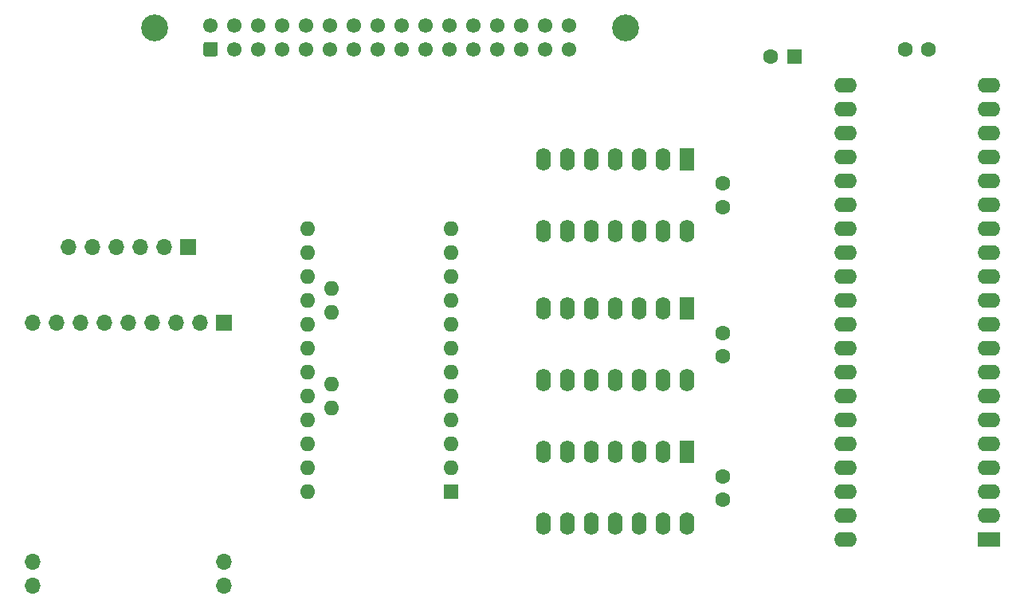
<source format=gts>
G04 #@! TF.GenerationSoftware,KiCad,Pcbnew,(5.1.9)-1*
G04 #@! TF.CreationDate,2023-02-15T09:39:51+09:00*
G04 #@! TF.ProjectId,FM-7_SD,464d2d37-5f53-4442-9e6b-696361645f70,rev?*
G04 #@! TF.SameCoordinates,PX53920b0PY93c3260*
G04 #@! TF.FileFunction,Soldermask,Top*
G04 #@! TF.FilePolarity,Negative*
%FSLAX46Y46*%
G04 Gerber Fmt 4.6, Leading zero omitted, Abs format (unit mm)*
G04 Created by KiCad (PCBNEW (5.1.9)-1) date 2023-02-15 09:39:51*
%MOMM*%
%LPD*%
G01*
G04 APERTURE LIST*
%ADD10C,1.600000*%
%ADD11R,1.600000X1.600000*%
%ADD12R,1.700000X1.700000*%
%ADD13O,1.700000X1.700000*%
%ADD14R,1.600000X2.400000*%
%ADD15O,1.600000X2.400000*%
%ADD16R,2.400000X1.600000*%
%ADD17O,2.400000X1.600000*%
%ADD18O,1.600000X1.600000*%
%ADD19C,1.550000*%
%ADD20C,2.850000*%
G04 APERTURE END LIST*
D10*
X107025000Y59200000D03*
X109525000Y59200000D03*
D11*
X95250000Y58420000D03*
D10*
X92750000Y58420000D03*
X87695000Y13865000D03*
X87695000Y11365000D03*
X87695000Y26605000D03*
X87695000Y29105000D03*
X87695000Y42480000D03*
X87695000Y44980000D03*
D12*
X34635000Y30201000D03*
D13*
X32095000Y30201000D03*
X29555000Y30201000D03*
X27015000Y30201000D03*
X24475000Y30201000D03*
X21935000Y30201000D03*
X19395000Y30201000D03*
X16855000Y30201000D03*
X14315000Y30201000D03*
X14315000Y2261000D03*
X14315000Y4801000D03*
X34635000Y2261000D03*
X34635000Y4801000D03*
D12*
X30825000Y38260000D03*
D13*
X28285000Y38260000D03*
X25745000Y38260000D03*
X23205000Y38260000D03*
X20665000Y38260000D03*
X18125000Y38260000D03*
D14*
X83885000Y16445000D03*
D15*
X68645000Y8825000D03*
X81345000Y16445000D03*
X71185000Y8825000D03*
X78805000Y16445000D03*
X73725000Y8825000D03*
X76265000Y16445000D03*
X76265000Y8825000D03*
X73725000Y16445000D03*
X78805000Y8825000D03*
X71185000Y16445000D03*
X81345000Y8825000D03*
X68645000Y16445000D03*
X83885000Y8825000D03*
X83885000Y24065000D03*
X68645000Y31685000D03*
X81345000Y24065000D03*
X71185000Y31685000D03*
X78805000Y24065000D03*
X73725000Y31685000D03*
X76265000Y24065000D03*
X76265000Y31685000D03*
X73725000Y24065000D03*
X78805000Y31685000D03*
X71185000Y24065000D03*
X81345000Y31685000D03*
X68645000Y24065000D03*
D14*
X83885000Y31685000D03*
D16*
X115915000Y7130000D03*
D17*
X100675000Y55390000D03*
X115915000Y9670000D03*
X100675000Y52850000D03*
X115915000Y12210000D03*
X100675000Y50310000D03*
X115915000Y14750000D03*
X100675000Y47770000D03*
X115915000Y17290000D03*
X100675000Y45230000D03*
X115915000Y19830000D03*
X100675000Y42690000D03*
X115915000Y22370000D03*
X100675000Y40150000D03*
X115915000Y24910000D03*
X100675000Y37610000D03*
X115915000Y27450000D03*
X100675000Y35070000D03*
X115915000Y29990000D03*
X100675000Y32530000D03*
X115915000Y32530000D03*
X100675000Y29990000D03*
X115915000Y35070000D03*
X100675000Y27450000D03*
X115915000Y37610000D03*
X100675000Y24910000D03*
X115915000Y40150000D03*
X100675000Y22370000D03*
X115915000Y42690000D03*
X100675000Y19830000D03*
X115915000Y45230000D03*
X100675000Y17290000D03*
X115915000Y47770000D03*
X100675000Y14750000D03*
X115915000Y50310000D03*
X100675000Y12210000D03*
X115915000Y52850000D03*
X100675000Y9670000D03*
X115915000Y55390000D03*
X100675000Y7130000D03*
D11*
X58765000Y12225000D03*
D18*
X58765000Y14765000D03*
X58765000Y17305000D03*
X43525000Y40165000D03*
X58765000Y19845000D03*
X43525000Y37625000D03*
X58765000Y22385000D03*
X43525000Y35085000D03*
X58765000Y24925000D03*
X43525000Y32545000D03*
X58765000Y27465000D03*
X43525000Y30005000D03*
X58765000Y30005000D03*
X43525000Y27465000D03*
X58765000Y32545000D03*
X43525000Y24925000D03*
X58765000Y35085000D03*
X43525000Y22385000D03*
X58765000Y37625000D03*
X43525000Y19845000D03*
X58765000Y40165000D03*
X43525000Y17305000D03*
X43525000Y14765000D03*
X43525000Y12225000D03*
X46065000Y21115000D03*
X46065000Y23655000D03*
X46065000Y31275000D03*
X46065000Y33815000D03*
D15*
X83885000Y39940000D03*
X68645000Y47560000D03*
X81345000Y39940000D03*
X71185000Y47560000D03*
X78805000Y39940000D03*
X73725000Y47560000D03*
X76265000Y39940000D03*
X76265000Y47560000D03*
X73725000Y39940000D03*
X78805000Y47560000D03*
X71185000Y39940000D03*
X81345000Y47560000D03*
X68645000Y39940000D03*
D14*
X83885000Y47560000D03*
G36*
G01*
X33775001Y58475000D02*
X32724999Y58475000D01*
G75*
G02*
X32475000Y58724999I0J249999D01*
G01*
X32475000Y59775001D01*
G75*
G02*
X32724999Y60025000I249999J0D01*
G01*
X33775001Y60025000D01*
G75*
G02*
X34025000Y59775001I0J-249999D01*
G01*
X34025000Y58724999D01*
G75*
G02*
X33775001Y58475000I-249999J0D01*
G01*
G37*
D19*
X35790000Y59250000D03*
X38330000Y59250000D03*
X40870000Y59250000D03*
X43410000Y59250000D03*
X45950000Y59250000D03*
X48490000Y59250000D03*
X51030000Y59250000D03*
X53570000Y59250000D03*
X56110000Y59250000D03*
X58650000Y59250000D03*
X61190000Y59250000D03*
X63730000Y59250000D03*
X66270000Y59250000D03*
X68810000Y59250000D03*
X71350000Y59250000D03*
X33250000Y61790000D03*
X35790000Y61790000D03*
X38330000Y61790000D03*
X40870000Y61790000D03*
X43410000Y61790000D03*
X45950000Y61790000D03*
X48490000Y61790000D03*
X51030000Y61790000D03*
X53570000Y61790000D03*
X56110000Y61790000D03*
X58650000Y61790000D03*
X61190000Y61790000D03*
X63730000Y61790000D03*
X66270000Y61790000D03*
X68810000Y61790000D03*
X71350000Y61790000D03*
D20*
X27300000Y61490000D03*
X77300000Y61490000D03*
M02*

</source>
